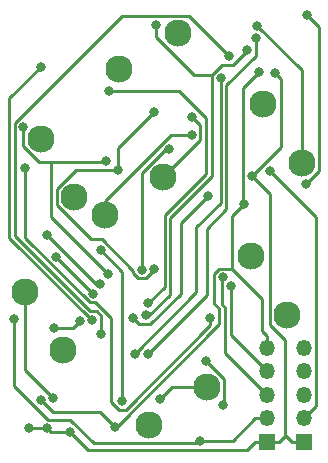
<source format=gbr>
G04 #@! TF.GenerationSoftware,KiCad,Pcbnew,(5.1.5)-3*
G04 #@! TF.CreationDate,2020-02-19T11:06:11+01:00*
G04 #@! TF.ProjectId,EM7SEG_DRIVER,454d3753-4547-45f4-9452-495645522e6b,rev?*
G04 #@! TF.SameCoordinates,Original*
G04 #@! TF.FileFunction,Copper,L1,Top*
G04 #@! TF.FilePolarity,Positive*
%FSLAX46Y46*%
G04 Gerber Fmt 4.6, Leading zero omitted, Abs format (unit mm)*
G04 Created by KiCad (PCBNEW (5.1.5)-3) date 2020-02-19 11:06:11*
%MOMM*%
%LPD*%
G04 APERTURE LIST*
%ADD10C,2.300000*%
%ADD11O,1.350000X1.350000*%
%ADD12R,1.350000X1.350000*%
%ADD13C,0.800000*%
%ADD14C,0.250000*%
G04 APERTURE END LIST*
D10*
X27292300Y-51155600D03*
X30543500Y-56083200D03*
X37757100Y-62458600D03*
X42684700Y-59232800D03*
X49517300Y-53111400D03*
X46393100Y-48158400D03*
X50711100Y-40284400D03*
X47459900Y-35280600D03*
X34074100Y-44678600D03*
X31483300Y-43129200D03*
X39001700Y-41452800D03*
X28613100Y-38252400D03*
X35217100Y-32258000D03*
X40220900Y-29286200D03*
D11*
X50901600Y-55881000D03*
X50901600Y-57881000D03*
X50901600Y-59881000D03*
X50901600Y-61881000D03*
D12*
X50901600Y-63881000D03*
X47802800Y-63881000D03*
D11*
X47802800Y-61881000D03*
X47802800Y-59881000D03*
X47802800Y-57881000D03*
X47802800Y-55881000D03*
D13*
X38350900Y-28570100D03*
X37576300Y-53148600D03*
X46073500Y-30668600D03*
X48422900Y-32603700D03*
X46515200Y-41348100D03*
X27612000Y-62704200D03*
X29136300Y-62704200D03*
X31105500Y-63044600D03*
X47141800Y-32547700D03*
X45811100Y-43743700D03*
X28627900Y-60326900D03*
X34899300Y-62572500D03*
X34437500Y-34194000D03*
X37726800Y-52148200D03*
X46813000Y-29679100D03*
X37695400Y-56421700D03*
X28645500Y-32108100D03*
X32982200Y-53540100D03*
X44576400Y-31223100D03*
X33691300Y-54702100D03*
X43897200Y-33083900D03*
X36602800Y-56421800D03*
X42758400Y-43071800D03*
X36438600Y-53402500D03*
X34110000Y-40088100D03*
X34296700Y-49689600D03*
X27166200Y-37205300D03*
X35529500Y-60381800D03*
X33700300Y-47655300D03*
X38218300Y-35939800D03*
X38216900Y-49258700D03*
X35192400Y-40840100D03*
X39492900Y-39061800D03*
X37197200Y-49280900D03*
X41474000Y-36387700D03*
X41413000Y-37857600D03*
X29657500Y-60146200D03*
X38736100Y-60234900D03*
X46968600Y-28678000D03*
X44736500Y-50677300D03*
X44042300Y-49928300D03*
X48015600Y-40894600D03*
X26377600Y-53493600D03*
X42081800Y-63813400D03*
X29759600Y-54237500D03*
X31944500Y-53666000D03*
X42985400Y-53367800D03*
X27290800Y-40666100D03*
X33682100Y-50489700D03*
X29150800Y-46320900D03*
X44042300Y-60769400D03*
X42659300Y-57014900D03*
X33066600Y-51328100D03*
X29923900Y-48185400D03*
X51175800Y-27753200D03*
X51061300Y-42062300D03*
D14*
X43119800Y-32803600D02*
X43119800Y-41331000D01*
X43119800Y-41331000D02*
X39559400Y-44891400D01*
X39559400Y-44891400D02*
X39559400Y-51413600D01*
X39559400Y-51413600D02*
X37824400Y-53148600D01*
X37824400Y-53148600D02*
X37576300Y-53148600D01*
X46073500Y-30668600D02*
X46073400Y-30668600D01*
X46073400Y-30668600D02*
X46073400Y-30751900D01*
X46073400Y-30751900D02*
X44876900Y-31948400D01*
X44876900Y-31948400D02*
X43975000Y-31948400D01*
X43975000Y-31948400D02*
X43119800Y-32803600D01*
X43119800Y-32803600D02*
X41588700Y-32803600D01*
X41588700Y-32803600D02*
X38350900Y-29565800D01*
X38350900Y-29565800D02*
X38350900Y-28570100D01*
X48422900Y-32603700D02*
X48969600Y-33150400D01*
X48969600Y-33150400D02*
X48969600Y-38893700D01*
X48969600Y-38893700D02*
X46515200Y-41348100D01*
X50901600Y-63881000D02*
X49901300Y-63881000D01*
X49303300Y-63380800D02*
X48803100Y-63881000D01*
X49901300Y-63881000D02*
X49401100Y-63380800D01*
X49401100Y-63380800D02*
X49303300Y-63380800D01*
X49303300Y-63380800D02*
X49303300Y-55244900D01*
X49303300Y-55244900D02*
X48018400Y-53960000D01*
X48018400Y-53960000D02*
X48018400Y-42851300D01*
X48018400Y-42851300D02*
X46515200Y-41348100D01*
X47802800Y-63881000D02*
X48803100Y-63881000D01*
X27612000Y-62704200D02*
X29136300Y-62704200D01*
X31105500Y-63044600D02*
X29476700Y-63044600D01*
X29476700Y-63044600D02*
X29136300Y-62704200D01*
X46802500Y-63881000D02*
X46086000Y-64597500D01*
X46086000Y-64597500D02*
X32658400Y-64597500D01*
X32658400Y-64597500D02*
X31105500Y-63044600D01*
X47802800Y-63881000D02*
X46802500Y-63881000D01*
X45811100Y-43743700D02*
X45747800Y-43680400D01*
X45747800Y-43680400D02*
X45747800Y-33941700D01*
X45747800Y-33941700D02*
X47141800Y-32547700D01*
X34899300Y-62572500D02*
X35103100Y-62572500D01*
X35103100Y-62572500D02*
X43746000Y-53929600D01*
X43746000Y-53929600D02*
X43746000Y-52615900D01*
X43746000Y-52615900D02*
X43272300Y-52142200D01*
X43272300Y-52142200D02*
X43272300Y-49670000D01*
X43272300Y-49670000D02*
X43744200Y-49198100D01*
X43744200Y-49198100D02*
X44845500Y-49198100D01*
X44845500Y-49198100D02*
X44845500Y-44709300D01*
X44845500Y-44709300D02*
X45811100Y-43743700D01*
X44845500Y-49198100D02*
X47388200Y-51740800D01*
X47388200Y-51740800D02*
X47388200Y-54466100D01*
X47388200Y-54466100D02*
X47802800Y-54880700D01*
X47802800Y-55881000D02*
X47802800Y-54880700D01*
X28627900Y-60326900D02*
X29651100Y-61350100D01*
X29651100Y-61350100D02*
X33676900Y-61350100D01*
X33676900Y-61350100D02*
X34899300Y-62572500D01*
X34437500Y-34194000D02*
X40306400Y-34194000D01*
X40306400Y-34194000D02*
X42602100Y-36489700D01*
X42602100Y-36489700D02*
X42602100Y-41169800D01*
X42602100Y-41169800D02*
X39109000Y-44662900D01*
X39109000Y-44662900D02*
X39109000Y-50766000D01*
X39109000Y-50766000D02*
X37726800Y-52148200D01*
X46813000Y-29679100D02*
X46812900Y-29679100D01*
X46812900Y-29679100D02*
X46812900Y-31222800D01*
X46812900Y-31222800D02*
X44347600Y-33688100D01*
X44347600Y-33688100D02*
X44347600Y-44181400D01*
X44347600Y-44181400D02*
X42706300Y-45822700D01*
X42706300Y-45822700D02*
X42706300Y-51410800D01*
X42706300Y-51410800D02*
X37695400Y-56421700D01*
X32982200Y-53540100D02*
X32924700Y-53540100D01*
X32924700Y-53540100D02*
X25964800Y-46580200D01*
X25964800Y-46580200D02*
X25964800Y-34788800D01*
X25964800Y-34788800D02*
X28645500Y-32108100D01*
X33691300Y-54702100D02*
X33743600Y-54649800D01*
X33743600Y-54649800D02*
X33743600Y-53191500D01*
X33743600Y-53191500D02*
X33366900Y-52814800D01*
X33366900Y-52814800D02*
X32836300Y-52814800D01*
X32836300Y-52814800D02*
X26421000Y-46399500D01*
X26421000Y-46399500D02*
X26421000Y-36904400D01*
X26421000Y-36904400D02*
X35536300Y-27789100D01*
X35536300Y-27789100D02*
X41142400Y-27789100D01*
X41142400Y-27789100D02*
X44576400Y-31223100D01*
X43897200Y-33083900D02*
X43897200Y-43602100D01*
X43897200Y-43602100D02*
X41805600Y-45693700D01*
X41805600Y-45693700D02*
X41805600Y-51219000D01*
X41805600Y-51219000D02*
X36602800Y-56421800D01*
X42758400Y-43071800D02*
X40460100Y-45370100D01*
X40460100Y-45370100D02*
X40460100Y-51332800D01*
X40460100Y-51332800D02*
X37879700Y-53913200D01*
X37879700Y-53913200D02*
X36949300Y-53913200D01*
X36949300Y-53913200D02*
X36438600Y-53402500D01*
X29476900Y-40202600D02*
X29476900Y-44869800D01*
X29476900Y-44869800D02*
X34296700Y-49689600D01*
X29476900Y-40202600D02*
X33995500Y-40202600D01*
X33995500Y-40202600D02*
X34110000Y-40088100D01*
X27166200Y-37205300D02*
X27092500Y-37279000D01*
X27092500Y-37279000D02*
X27092500Y-38823700D01*
X27092500Y-38823700D02*
X28471400Y-40202600D01*
X28471400Y-40202600D02*
X29476900Y-40202600D01*
X33700300Y-47655300D02*
X35529500Y-49484500D01*
X35529500Y-49484500D02*
X35529500Y-60381800D01*
X35192400Y-40840100D02*
X31642700Y-40840100D01*
X31642700Y-40840100D02*
X29981900Y-42500900D01*
X29981900Y-42500900D02*
X29981900Y-43785200D01*
X29981900Y-43785200D02*
X32885100Y-46688400D01*
X32885100Y-46688400D02*
X33781300Y-46688400D01*
X33781300Y-46688400D02*
X36471900Y-49379000D01*
X36471900Y-49379000D02*
X36471900Y-49581300D01*
X36471900Y-49581300D02*
X36896800Y-50006200D01*
X36896800Y-50006200D02*
X37540200Y-50006200D01*
X37540200Y-50006200D02*
X38216900Y-49329500D01*
X38216900Y-49329500D02*
X38216900Y-49258700D01*
X35192400Y-40840100D02*
X35192400Y-38965700D01*
X35192400Y-38965700D02*
X38218300Y-35939800D01*
X39492900Y-39061800D02*
X39268200Y-39061800D01*
X39268200Y-39061800D02*
X37197200Y-41132800D01*
X37197200Y-41132800D02*
X37197200Y-49280900D01*
X41474000Y-36387700D02*
X42140700Y-37054400D01*
X42140700Y-37054400D02*
X42140700Y-38313800D01*
X42140700Y-38313800D02*
X39001700Y-41452800D01*
X41413000Y-37857600D02*
X39671400Y-37857600D01*
X39671400Y-37857600D02*
X34074100Y-43454900D01*
X34074100Y-43454900D02*
X34074100Y-44678600D01*
X29657500Y-60146200D02*
X27292300Y-57781000D01*
X27292300Y-57781000D02*
X27292300Y-51155600D01*
X38736100Y-60234900D02*
X39738200Y-59232800D01*
X39738200Y-59232800D02*
X42684700Y-59232800D01*
X50711100Y-40284400D02*
X50711100Y-32420500D01*
X50711100Y-32420500D02*
X46968600Y-28678000D01*
X47802800Y-57881000D02*
X44736500Y-54814700D01*
X44736500Y-54814700D02*
X44736500Y-50677300D01*
X47802800Y-59881000D02*
X44264000Y-56342200D01*
X44264000Y-56342200D02*
X44264000Y-52497000D01*
X44264000Y-52497000D02*
X43983500Y-52216500D01*
X43983500Y-52216500D02*
X43983500Y-49987100D01*
X43983500Y-49987100D02*
X44042300Y-49928300D01*
X50901600Y-61881000D02*
X51928400Y-60854200D01*
X51928400Y-60854200D02*
X51928400Y-44807400D01*
X51928400Y-44807400D02*
X48015600Y-40894600D01*
X42081800Y-63813400D02*
X41915000Y-63980200D01*
X41915000Y-63980200D02*
X33128900Y-63980200D01*
X33128900Y-63980200D02*
X31123700Y-61975000D01*
X31123700Y-61975000D02*
X29240800Y-61975000D01*
X29240800Y-61975000D02*
X26377600Y-59111800D01*
X26377600Y-59111800D02*
X26377600Y-53493600D01*
X46802500Y-61881000D02*
X44870100Y-63813400D01*
X44870100Y-63813400D02*
X42081800Y-63813400D01*
X47802800Y-61881000D02*
X46802500Y-61881000D01*
X29759600Y-54237500D02*
X31373000Y-54237500D01*
X31373000Y-54237500D02*
X31944500Y-53666000D01*
X42985400Y-53367800D02*
X42985400Y-53963900D01*
X42985400Y-53963900D02*
X35807100Y-61142200D01*
X35807100Y-61142200D02*
X35247100Y-61142200D01*
X35247100Y-61142200D02*
X34560400Y-60455500D01*
X34560400Y-60455500D02*
X34560400Y-53351100D01*
X34560400Y-53351100D02*
X33262800Y-52053500D01*
X33262800Y-52053500D02*
X32766100Y-52053500D01*
X32766100Y-52053500D02*
X27290800Y-46578200D01*
X27290800Y-46578200D02*
X27290800Y-40666100D01*
X29150800Y-46320900D02*
X33319600Y-50489700D01*
X33319600Y-50489700D02*
X33682100Y-50489700D01*
X42659300Y-57014900D02*
X44160100Y-58515700D01*
X44160100Y-58515700D02*
X44160100Y-60651600D01*
X44160100Y-60651600D02*
X44042300Y-60769400D01*
X29923900Y-48185400D02*
X33066600Y-51328100D01*
X51175800Y-27753200D02*
X52194200Y-28771600D01*
X52194200Y-28771600D02*
X52194200Y-40929400D01*
X52194200Y-40929400D02*
X51061300Y-42062300D01*
M02*

</source>
